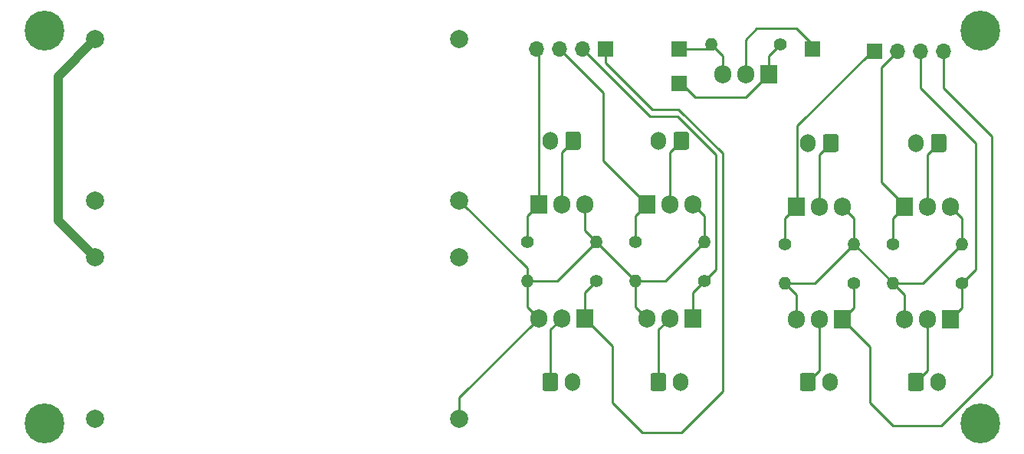
<source format=gbr>
%TF.GenerationSoftware,KiCad,Pcbnew,(5.1.10)-1*%
%TF.CreationDate,2023-03-15T18:11:03+01:00*%
%TF.ProjectId,Ender3 Upgrade,456e6465-7233-4205-9570-67726164652e,rev?*%
%TF.SameCoordinates,Original*%
%TF.FileFunction,Copper,L1,Top*%
%TF.FilePolarity,Positive*%
%FSLAX46Y46*%
G04 Gerber Fmt 4.6, Leading zero omitted, Abs format (unit mm)*
G04 Created by KiCad (PCBNEW (5.1.10)-1) date 2023-03-15 18:11:03*
%MOMM*%
%LPD*%
G01*
G04 APERTURE LIST*
%TA.AperFunction,ComponentPad*%
%ADD10O,1.905000X2.000000*%
%TD*%
%TA.AperFunction,ComponentPad*%
%ADD11R,1.905000X2.000000*%
%TD*%
%TA.AperFunction,ComponentPad*%
%ADD12O,1.400000X1.400000*%
%TD*%
%TA.AperFunction,ComponentPad*%
%ADD13C,1.400000*%
%TD*%
%TA.AperFunction,ComponentPad*%
%ADD14R,1.700000X1.700000*%
%TD*%
%TA.AperFunction,ComponentPad*%
%ADD15O,1.700000X1.700000*%
%TD*%
%TA.AperFunction,ComponentPad*%
%ADD16C,4.400000*%
%TD*%
%TA.AperFunction,ComponentPad*%
%ADD17C,2.000000*%
%TD*%
%TA.AperFunction,ComponentPad*%
%ADD18O,1.700000X2.000000*%
%TD*%
%TA.AperFunction,Conductor*%
%ADD19C,0.250000*%
%TD*%
%TA.AperFunction,Conductor*%
%ADD20C,1.000000*%
%TD*%
G04 APERTURE END LIST*
D10*
%TO.P,TS1,3*%
%TO.N,Net-(JS_Board1-Pad1)*%
X148298927Y-92789187D03*
%TO.P,TS1,2*%
%TO.N,Net-(JS_Power1-Pad1)*%
X150838927Y-92789187D03*
D11*
%TO.P,TS1,1*%
%TO.N,Net-(JS_Control1-Pad1)*%
X153378927Y-92789187D03*
%TD*%
D12*
%TO.P,RS1,2*%
%TO.N,Net-(JS_Board1-Pad1)*%
X147048927Y-89487187D03*
D13*
%TO.P,RS1,1*%
%TO.N,Net-(JS_Control1-Pad1)*%
X154668927Y-89487187D03*
%TD*%
D14*
%TO.P,JS_Power,1*%
%TO.N,Net-(JS_Power1-Pad1)*%
X158224927Y-89995187D03*
%TD*%
%TO.P,JS,1*%
%TO.N,Net-(JS_Control1-Pad1)*%
X143492927Y-93805187D03*
%TD*%
%TO.P,JS_Board,1*%
%TO.N,Net-(JS_Board1-Pad1)*%
X143492927Y-89995187D03*
%TD*%
D15*
%TO.P,J2,4*%
%TO.N,Net-(J2-Pad4)*%
X172702927Y-90249187D03*
%TO.P,J2,3*%
%TO.N,Net-(J2-Pad3)*%
X170162927Y-90249187D03*
%TO.P,J2,2*%
%TO.N,Net-(J2-Pad2)*%
X167622927Y-90249187D03*
D14*
%TO.P,J2,1*%
%TO.N,Net-(J2-Pad1)*%
X165082927Y-90249187D03*
%TD*%
D15*
%TO.P,J1,4*%
%TO.N,Net-(J1-Pad4)*%
X127744927Y-89995187D03*
%TO.P,J1,3*%
%TO.N,Net-(J1-Pad3)*%
X130284927Y-89995187D03*
%TO.P,J1,2*%
%TO.N,Net-(J1-Pad2)*%
X132824927Y-89995187D03*
D14*
%TO.P,J1,1*%
%TO.N,Net-(J1-Pad1)*%
X135364927Y-89995187D03*
%TD*%
D16*
%TO.P,REF\u002A\u002A,1*%
%TO.N,N/C*%
X176766927Y-87963187D03*
%TD*%
%TO.P,REF\u002A\u002A,1*%
%TO.N,N/C*%
X176766927Y-131397187D03*
%TD*%
%TO.P,REF\u002A\u002A,1*%
%TO.N,N/C*%
X73388927Y-131397187D03*
%TD*%
%TO.P,REF\u002A\u002A,1*%
%TO.N,N/C*%
X73388927Y-87963187D03*
%TD*%
D17*
%TO.P,DCDCBC1,4*%
%TO.N,5V*%
X119223927Y-88930187D03*
%TO.P,DCDCBC1,3*%
%TO.N,GND*%
X119223927Y-106759260D03*
%TO.P,DCDCBC1,2*%
%TO.N,+24V*%
X79023927Y-88930187D03*
%TO.P,DCDCBC1,1*%
%TO.N,GNDPWR*%
X79023927Y-106780187D03*
%TD*%
%TO.P,DCDCBC2,4*%
%TO.N,12V*%
X119203740Y-113060114D03*
%TO.P,DCDCBC2,3*%
%TO.N,GND*%
X119203740Y-130889187D03*
%TO.P,DCDCBC2,2*%
%TO.N,+24V*%
X79003740Y-113060114D03*
%TO.P,DCDCBC2,1*%
%TO.N,GNDPWR*%
X79003740Y-130910114D03*
%TD*%
D10*
%TO.P,T8,3*%
%TO.N,GND*%
X156426927Y-119894187D03*
%TO.P,T8,2*%
%TO.N,Net-(C8-Pad1)*%
X158966927Y-119894187D03*
D11*
%TO.P,T8,1*%
%TO.N,Net-(J2-Pad4)*%
X161506927Y-119894187D03*
%TD*%
D10*
%TO.P,T7,3*%
%TO.N,GND*%
X127978927Y-119767187D03*
%TO.P,T7,2*%
%TO.N,Net-(C7-Pad1)*%
X130518927Y-119767187D03*
D11*
%TO.P,T7,1*%
%TO.N,Net-(J1-Pad1)*%
X133058927Y-119767187D03*
%TD*%
D10*
%TO.P,T6,3*%
%TO.N,GND*%
X168364927Y-119894187D03*
%TO.P,T6,2*%
%TO.N,Net-(C6-Pad1)*%
X170904927Y-119894187D03*
D11*
%TO.P,T6,1*%
%TO.N,Net-(J2-Pad3)*%
X173444927Y-119894187D03*
%TD*%
D10*
%TO.P,T5,3*%
%TO.N,GND*%
X139916927Y-119767187D03*
%TO.P,T5,2*%
%TO.N,Net-(C5-Pad1)*%
X142456927Y-119767187D03*
D11*
%TO.P,T5,1*%
%TO.N,Net-(J1-Pad2)*%
X144996927Y-119767187D03*
%TD*%
D10*
%TO.P,T4,3*%
%TO.N,GND*%
X173464927Y-107467187D03*
%TO.P,T4,2*%
%TO.N,Net-(C4-Pad1)*%
X170924927Y-107467187D03*
D11*
%TO.P,T4,1*%
%TO.N,Net-(J2-Pad2)*%
X168384927Y-107467187D03*
%TD*%
D10*
%TO.P,T3,3*%
%TO.N,GND*%
X145036927Y-107213187D03*
%TO.P,T3,2*%
%TO.N,Net-(C3-Pad1)*%
X142496927Y-107213187D03*
D11*
%TO.P,T3,1*%
%TO.N,Net-(J1-Pad3)*%
X139956927Y-107213187D03*
%TD*%
D10*
%TO.P,T2,3*%
%TO.N,GND*%
X161546927Y-107467187D03*
%TO.P,T2,2*%
%TO.N,Net-(C2-Pad1)*%
X159006927Y-107467187D03*
D11*
%TO.P,T2,1*%
%TO.N,Net-(J2-Pad1)*%
X156466927Y-107467187D03*
%TD*%
D10*
%TO.P,T1,3*%
%TO.N,GND*%
X133078927Y-107213187D03*
%TO.P,T1,2*%
%TO.N,Net-(C1-Pad1)*%
X130538927Y-107213187D03*
D11*
%TO.P,T1,1*%
%TO.N,Net-(J1-Pad4)*%
X127998927Y-107213187D03*
%TD*%
D12*
%TO.P,R8,2*%
%TO.N,GND*%
X155156927Y-115903187D03*
D13*
%TO.P,R8,1*%
%TO.N,Net-(J2-Pad4)*%
X162776927Y-115903187D03*
%TD*%
D12*
%TO.P,R7,2*%
%TO.N,GND*%
X126708927Y-115649187D03*
D13*
%TO.P,R7,1*%
%TO.N,Net-(J1-Pad1)*%
X134328927Y-115649187D03*
%TD*%
D12*
%TO.P,R6,2*%
%TO.N,GND*%
X167094927Y-115903187D03*
D13*
%TO.P,R6,1*%
%TO.N,Net-(J2-Pad3)*%
X174714927Y-115903187D03*
%TD*%
D12*
%TO.P,R5,2*%
%TO.N,GND*%
X138646927Y-115649187D03*
D13*
%TO.P,R5,1*%
%TO.N,Net-(J1-Pad2)*%
X146266927Y-115649187D03*
%TD*%
D12*
%TO.P,R4,2*%
%TO.N,GND*%
X174734927Y-111585187D03*
D13*
%TO.P,R4,1*%
%TO.N,Net-(J2-Pad2)*%
X167114927Y-111585187D03*
%TD*%
D12*
%TO.P,R3,2*%
%TO.N,GND*%
X146306927Y-111331187D03*
D13*
%TO.P,R3,1*%
%TO.N,Net-(J1-Pad3)*%
X138686927Y-111331187D03*
%TD*%
D12*
%TO.P,R2,2*%
%TO.N,GND*%
X162816927Y-111585187D03*
D13*
%TO.P,R2,1*%
%TO.N,Net-(J2-Pad1)*%
X155196927Y-111585187D03*
%TD*%
D12*
%TO.P,R1,2*%
%TO.N,GND*%
X134348927Y-111331187D03*
D13*
%TO.P,R1,1*%
%TO.N,Net-(J1-Pad4)*%
X126728927Y-111331187D03*
%TD*%
D18*
%TO.P,C8,2*%
%TO.N,12V*%
X160216927Y-126825187D03*
%TO.P,C8,1*%
%TO.N,Net-(C8-Pad1)*%
%TA.AperFunction,ComponentPad*%
G36*
G01*
X156866927Y-127575187D02*
X156866927Y-126075187D01*
G75*
G02*
X157116927Y-125825187I250000J0D01*
G01*
X158316927Y-125825187D01*
G75*
G02*
X158566927Y-126075187I0J-250000D01*
G01*
X158566927Y-127575187D01*
G75*
G02*
X158316927Y-127825187I-250000J0D01*
G01*
X157116927Y-127825187D01*
G75*
G02*
X156866927Y-127575187I0J250000D01*
G01*
G37*
%TD.AperFunction*%
%TD*%
%TO.P,C7,2*%
%TO.N,5V*%
X131768927Y-126825187D03*
%TO.P,C7,1*%
%TO.N,Net-(C7-Pad1)*%
%TA.AperFunction,ComponentPad*%
G36*
G01*
X128418927Y-127575187D02*
X128418927Y-126075187D01*
G75*
G02*
X128668927Y-125825187I250000J0D01*
G01*
X129868927Y-125825187D01*
G75*
G02*
X130118927Y-126075187I0J-250000D01*
G01*
X130118927Y-127575187D01*
G75*
G02*
X129868927Y-127825187I-250000J0D01*
G01*
X128668927Y-127825187D01*
G75*
G02*
X128418927Y-127575187I0J250000D01*
G01*
G37*
%TD.AperFunction*%
%TD*%
%TO.P,C6,2*%
%TO.N,12V*%
X172154927Y-126825187D03*
%TO.P,C6,1*%
%TO.N,Net-(C6-Pad1)*%
%TA.AperFunction,ComponentPad*%
G36*
G01*
X168804927Y-127575187D02*
X168804927Y-126075187D01*
G75*
G02*
X169054927Y-125825187I250000J0D01*
G01*
X170254927Y-125825187D01*
G75*
G02*
X170504927Y-126075187I0J-250000D01*
G01*
X170504927Y-127575187D01*
G75*
G02*
X170254927Y-127825187I-250000J0D01*
G01*
X169054927Y-127825187D01*
G75*
G02*
X168804927Y-127575187I0J250000D01*
G01*
G37*
%TD.AperFunction*%
%TD*%
%TO.P,C5,2*%
%TO.N,5V*%
X143706927Y-126825187D03*
%TO.P,C5,1*%
%TO.N,Net-(C5-Pad1)*%
%TA.AperFunction,ComponentPad*%
G36*
G01*
X140356927Y-127575187D02*
X140356927Y-126075187D01*
G75*
G02*
X140606927Y-125825187I250000J0D01*
G01*
X141806927Y-125825187D01*
G75*
G02*
X142056927Y-126075187I0J-250000D01*
G01*
X142056927Y-127575187D01*
G75*
G02*
X141806927Y-127825187I-250000J0D01*
G01*
X140606927Y-127825187D01*
G75*
G02*
X140356927Y-127575187I0J250000D01*
G01*
G37*
%TD.AperFunction*%
%TD*%
%TO.P,C4,2*%
%TO.N,12V*%
X169674927Y-100409187D03*
%TO.P,C4,1*%
%TO.N,Net-(C4-Pad1)*%
%TA.AperFunction,ComponentPad*%
G36*
G01*
X173024927Y-99659187D02*
X173024927Y-101159187D01*
G75*
G02*
X172774927Y-101409187I-250000J0D01*
G01*
X171574927Y-101409187D01*
G75*
G02*
X171324927Y-101159187I0J250000D01*
G01*
X171324927Y-99659187D01*
G75*
G02*
X171574927Y-99409187I250000J0D01*
G01*
X172774927Y-99409187D01*
G75*
G02*
X173024927Y-99659187I0J-250000D01*
G01*
G37*
%TD.AperFunction*%
%TD*%
%TO.P,C3,2*%
%TO.N,5V*%
X141246927Y-100155187D03*
%TO.P,C3,1*%
%TO.N,Net-(C3-Pad1)*%
%TA.AperFunction,ComponentPad*%
G36*
G01*
X144596927Y-99405187D02*
X144596927Y-100905187D01*
G75*
G02*
X144346927Y-101155187I-250000J0D01*
G01*
X143146927Y-101155187D01*
G75*
G02*
X142896927Y-100905187I0J250000D01*
G01*
X142896927Y-99405187D01*
G75*
G02*
X143146927Y-99155187I250000J0D01*
G01*
X144346927Y-99155187D01*
G75*
G02*
X144596927Y-99405187I0J-250000D01*
G01*
G37*
%TD.AperFunction*%
%TD*%
%TO.P,C2,2*%
%TO.N,12V*%
X157756927Y-100409187D03*
%TO.P,C2,1*%
%TO.N,Net-(C2-Pad1)*%
%TA.AperFunction,ComponentPad*%
G36*
G01*
X161106927Y-99659187D02*
X161106927Y-101159187D01*
G75*
G02*
X160856927Y-101409187I-250000J0D01*
G01*
X159656927Y-101409187D01*
G75*
G02*
X159406927Y-101159187I0J250000D01*
G01*
X159406927Y-99659187D01*
G75*
G02*
X159656927Y-99409187I250000J0D01*
G01*
X160856927Y-99409187D01*
G75*
G02*
X161106927Y-99659187I0J-250000D01*
G01*
G37*
%TD.AperFunction*%
%TD*%
%TO.P,C1,2*%
%TO.N,5V*%
X129288927Y-100155187D03*
%TO.P,C1,1*%
%TO.N,Net-(C1-Pad1)*%
%TA.AperFunction,ComponentPad*%
G36*
G01*
X132638927Y-99405187D02*
X132638927Y-100905187D01*
G75*
G02*
X132388927Y-101155187I-250000J0D01*
G01*
X131188927Y-101155187D01*
G75*
G02*
X130938927Y-100905187I0J250000D01*
G01*
X130938927Y-99405187D01*
G75*
G02*
X131188927Y-99155187I250000J0D01*
G01*
X132388927Y-99155187D01*
G75*
G02*
X132638927Y-99405187I0J-250000D01*
G01*
G37*
%TD.AperFunction*%
%TD*%
D19*
%TO.N,Net-(C1-Pad1)*%
X130538927Y-101405187D02*
X131788927Y-100155187D01*
X130538927Y-107213187D02*
X130538927Y-101405187D01*
%TO.N,Net-(C2-Pad1)*%
X159006927Y-101659187D02*
X160256927Y-100409187D01*
X159006927Y-107467187D02*
X159006927Y-101659187D01*
%TO.N,Net-(C3-Pad1)*%
X142496927Y-101405187D02*
X143746927Y-100155187D01*
X142496927Y-107213187D02*
X142496927Y-101405187D01*
%TO.N,Net-(C4-Pad1)*%
X170924927Y-101659187D02*
X172174927Y-100409187D01*
X170924927Y-107467187D02*
X170924927Y-101659187D01*
%TO.N,Net-(C5-Pad1)*%
X141206927Y-121017187D02*
X142456927Y-119767187D01*
X141206927Y-126825187D02*
X141206927Y-121017187D01*
%TO.N,Net-(C6-Pad1)*%
X170904927Y-125575187D02*
X169654927Y-126825187D01*
X170904927Y-119894187D02*
X170904927Y-125575187D01*
%TO.N,Net-(C7-Pad1)*%
X129268927Y-121017187D02*
X130518927Y-119767187D01*
X129268927Y-126825187D02*
X129268927Y-121017187D01*
%TO.N,Net-(C8-Pad1)*%
X158966927Y-125575187D02*
X157716927Y-126825187D01*
X158966927Y-119894187D02*
X158966927Y-125575187D01*
%TO.N,GND*%
X126454854Y-115903260D02*
X126708927Y-115649187D01*
X126708927Y-118497187D02*
X127978927Y-119767187D01*
X126708927Y-115649187D02*
X126708927Y-118497187D01*
X130030927Y-115649187D02*
X134348927Y-111331187D01*
X126708927Y-115649187D02*
X130030927Y-115649187D01*
X133078927Y-110061187D02*
X134348927Y-111331187D01*
X133078927Y-107213187D02*
X133078927Y-110061187D01*
X138646927Y-115629187D02*
X138646927Y-115649187D01*
X134348927Y-111331187D02*
X138646927Y-115629187D01*
X138646927Y-118497187D02*
X139916927Y-119767187D01*
X138646927Y-115649187D02*
X138646927Y-118497187D01*
X141988927Y-115649187D02*
X146306927Y-111331187D01*
X138646927Y-115649187D02*
X141988927Y-115649187D01*
X146306927Y-108483187D02*
X145036927Y-107213187D01*
X146306927Y-111331187D02*
X146306927Y-108483187D01*
X162816927Y-108737187D02*
X161546927Y-107467187D01*
X162816927Y-111585187D02*
X162816927Y-108737187D01*
X167094927Y-115863187D02*
X167094927Y-115903187D01*
X162816927Y-111585187D02*
X167094927Y-115863187D01*
X156426927Y-117173187D02*
X155156927Y-115903187D01*
X156426927Y-119894187D02*
X156426927Y-117173187D01*
X168364927Y-117173187D02*
X167094927Y-115903187D01*
X168364927Y-119894187D02*
X168364927Y-117173187D01*
X170416927Y-115903187D02*
X174734927Y-111585187D01*
X167094927Y-115903187D02*
X170416927Y-115903187D01*
X174734927Y-108737187D02*
X173464927Y-107467187D01*
X174734927Y-111585187D02*
X174734927Y-108737187D01*
X158498927Y-115903187D02*
X162816927Y-111585187D01*
X155156927Y-115903187D02*
X158498927Y-115903187D01*
X126708927Y-114244260D02*
X126708927Y-115649187D01*
X119223927Y-106759260D02*
X126708927Y-114244260D01*
X119203740Y-128542374D02*
X127978927Y-119767187D01*
X119203740Y-130889187D02*
X119203740Y-128542374D01*
D20*
%TO.N,+24V*%
X79003740Y-113060114D02*
X74912927Y-108969301D01*
X74912927Y-93041187D02*
X79023927Y-88930187D01*
X74912927Y-108969301D02*
X74912927Y-93041187D01*
D19*
%TO.N,Net-(J1-Pad4)*%
X128113917Y-107098197D02*
X127998927Y-107213187D01*
X126728927Y-108483187D02*
X127998927Y-107213187D01*
X126728927Y-111331187D02*
X126728927Y-108483187D01*
X127998927Y-90249187D02*
X127744927Y-89995187D01*
X127998927Y-107213187D02*
X127998927Y-90249187D01*
%TO.N,Net-(J1-Pad3)*%
X138686927Y-108483187D02*
X139956927Y-107213187D01*
X138686927Y-111331187D02*
X138686927Y-108483187D01*
X135110927Y-102367187D02*
X135782927Y-103039187D01*
X135782927Y-103039187D02*
X139956927Y-107213187D01*
X135618927Y-102875187D02*
X135782927Y-103039187D01*
X135110927Y-94821187D02*
X135110927Y-102367187D01*
X130284927Y-89995187D02*
X135110927Y-94821187D01*
%TO.N,Net-(J1-Pad2)*%
X144996927Y-116919187D02*
X146266927Y-115649187D01*
X144996927Y-119767187D02*
X144996927Y-116919187D01*
X147556927Y-114359187D02*
X146266927Y-115649187D01*
X147556927Y-101679187D02*
X147556927Y-114359187D01*
X143365927Y-97488187D02*
X147556927Y-101679187D01*
X140317927Y-97488187D02*
X143365927Y-97488187D01*
X132824927Y-89995187D02*
X140317927Y-97488187D01*
%TO.N,Net-(J1-Pad1)*%
X148318927Y-113617187D02*
X148298927Y-113617187D01*
X133058927Y-116919187D02*
X134328927Y-115649187D01*
X133058927Y-119767187D02*
X133058927Y-116919187D01*
X135364927Y-91519187D02*
X135364927Y-89995187D01*
X140508427Y-96662687D02*
X135364927Y-91519187D01*
X148318927Y-127841187D02*
X148318927Y-101552187D01*
X148318927Y-101552187D02*
X143429427Y-96662687D01*
X143746927Y-132413187D02*
X148318927Y-127841187D01*
X143429427Y-96662687D02*
X140508427Y-96662687D01*
X139428927Y-132413187D02*
X143746927Y-132413187D01*
X136126927Y-129111187D02*
X139428927Y-132413187D01*
X136126927Y-122835187D02*
X136126927Y-129111187D01*
X133058927Y-119767187D02*
X136126927Y-122835187D01*
%TO.N,Net-(J2-Pad4)*%
X164574927Y-122962187D02*
X161506927Y-119894187D01*
X164574927Y-129111187D02*
X164574927Y-122962187D01*
X172448927Y-131651187D02*
X167114927Y-131651187D01*
X178036927Y-126063187D02*
X172448927Y-131651187D01*
X167114927Y-131651187D02*
X164574927Y-129111187D01*
X162776927Y-118624187D02*
X161506927Y-119894187D01*
X162776927Y-115903187D02*
X162776927Y-118624187D01*
X178036927Y-99647187D02*
X178036927Y-126063187D01*
X172702927Y-94313187D02*
X178036927Y-99647187D01*
X172702927Y-90249187D02*
X172702927Y-94313187D01*
%TO.N,Net-(J2-Pad3)*%
X174714927Y-118624187D02*
X173444927Y-119894187D01*
X174714927Y-115903187D02*
X174714927Y-118624187D01*
X176258927Y-114359187D02*
X174714927Y-115903187D01*
X176258927Y-100409187D02*
X176258927Y-114359187D01*
X170162927Y-94313187D02*
X176258927Y-100409187D01*
X170162927Y-90249187D02*
X170162927Y-94313187D01*
%TO.N,Net-(J2-Pad2)*%
X167114927Y-108737187D02*
X168384927Y-107467187D01*
X167114927Y-111585187D02*
X167114927Y-108737187D01*
X168384927Y-107467187D02*
X168384927Y-107267187D01*
X168384927Y-107267187D02*
X165844927Y-104727187D01*
X165844927Y-92027187D02*
X167622927Y-90249187D01*
X165844927Y-104727187D02*
X165844927Y-92027187D01*
%TO.N,Net-(J2-Pad1)*%
X155196927Y-108737187D02*
X156466927Y-107467187D01*
X155196927Y-111585187D02*
X155196927Y-108737187D01*
X156581917Y-107352197D02*
X156466927Y-107467187D01*
X165082927Y-90249187D02*
X164828927Y-90249187D01*
X156581917Y-98496197D02*
X156581917Y-99020177D01*
X164828927Y-90249187D02*
X156581917Y-98496197D01*
X156581917Y-99020177D02*
X156581917Y-107352197D01*
%TO.N,Net-(JS_Board1-Pad1)*%
X148298927Y-90737187D02*
X147048927Y-89487187D01*
X148298927Y-92789187D02*
X148298927Y-90737187D01*
X146540927Y-89995187D02*
X147048927Y-89487187D01*
X143492927Y-89995187D02*
X146540927Y-89995187D01*
%TO.N,Net-(JS_Control1-Pad1)*%
X143492927Y-93805187D02*
X143746927Y-93805187D01*
X143746927Y-93805187D02*
X145270927Y-95329187D01*
X150838927Y-95329187D02*
X153378927Y-92789187D01*
X145270927Y-95329187D02*
X150838927Y-95329187D01*
X153378927Y-90777187D02*
X154668927Y-89487187D01*
X153378927Y-92789187D02*
X153378927Y-90777187D01*
%TO.N,Net-(JS_Power1-Pad1)*%
X158224927Y-89995187D02*
X158224927Y-89487187D01*
X158224927Y-89487187D02*
X156446927Y-87709187D01*
X152088927Y-87709187D02*
X150838927Y-88959187D01*
X156446927Y-87709187D02*
X152088927Y-87709187D01*
X150838927Y-92789187D02*
X150838927Y-88959187D01*
%TD*%
M02*

</source>
